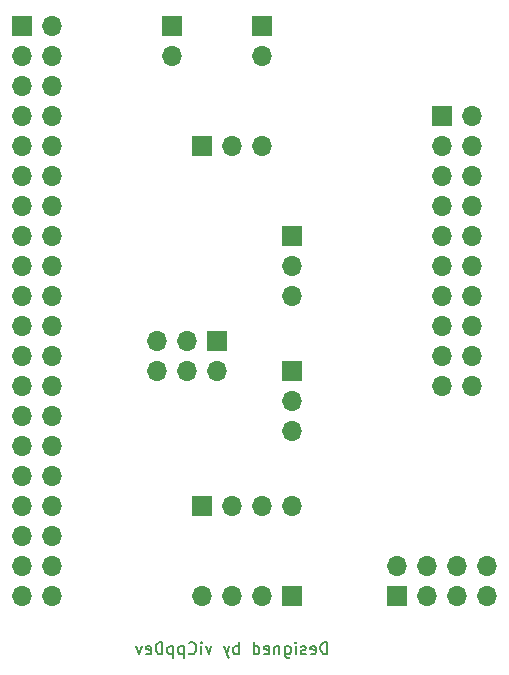
<source format=gbr>
%TF.GenerationSoftware,KiCad,Pcbnew,6.0.9-8da3e8f707~117~ubuntu22.04.1*%
%TF.CreationDate,2022-12-18T22:44:04+01:00*%
%TF.ProjectId,rpi-dev-board,7270692d-6465-4762-9d62-6f6172642e6b,rev?*%
%TF.SameCoordinates,Original*%
%TF.FileFunction,Soldermask,Bot*%
%TF.FilePolarity,Negative*%
%FSLAX46Y46*%
G04 Gerber Fmt 4.6, Leading zero omitted, Abs format (unit mm)*
G04 Created by KiCad (PCBNEW 6.0.9-8da3e8f707~117~ubuntu22.04.1) date 2022-12-18 22:44:04*
%MOMM*%
%LPD*%
G01*
G04 APERTURE LIST*
%ADD10C,0.150000*%
%ADD11R,1.700000X1.700000*%
%ADD12O,1.700000X1.700000*%
G04 APERTURE END LIST*
D10*
X122347619Y-116657380D02*
X122347619Y-115657380D01*
X122109523Y-115657380D01*
X121966666Y-115705000D01*
X121871428Y-115800238D01*
X121823809Y-115895476D01*
X121776190Y-116085952D01*
X121776190Y-116228809D01*
X121823809Y-116419285D01*
X121871428Y-116514523D01*
X121966666Y-116609761D01*
X122109523Y-116657380D01*
X122347619Y-116657380D01*
X120966666Y-116609761D02*
X121061904Y-116657380D01*
X121252380Y-116657380D01*
X121347619Y-116609761D01*
X121395238Y-116514523D01*
X121395238Y-116133571D01*
X121347619Y-116038333D01*
X121252380Y-115990714D01*
X121061904Y-115990714D01*
X120966666Y-116038333D01*
X120919047Y-116133571D01*
X120919047Y-116228809D01*
X121395238Y-116324047D01*
X120538095Y-116609761D02*
X120442857Y-116657380D01*
X120252380Y-116657380D01*
X120157142Y-116609761D01*
X120109523Y-116514523D01*
X120109523Y-116466904D01*
X120157142Y-116371666D01*
X120252380Y-116324047D01*
X120395238Y-116324047D01*
X120490476Y-116276428D01*
X120538095Y-116181190D01*
X120538095Y-116133571D01*
X120490476Y-116038333D01*
X120395238Y-115990714D01*
X120252380Y-115990714D01*
X120157142Y-116038333D01*
X119680952Y-116657380D02*
X119680952Y-115990714D01*
X119680952Y-115657380D02*
X119728571Y-115705000D01*
X119680952Y-115752619D01*
X119633333Y-115705000D01*
X119680952Y-115657380D01*
X119680952Y-115752619D01*
X118776190Y-115990714D02*
X118776190Y-116800238D01*
X118823809Y-116895476D01*
X118871428Y-116943095D01*
X118966666Y-116990714D01*
X119109523Y-116990714D01*
X119204761Y-116943095D01*
X118776190Y-116609761D02*
X118871428Y-116657380D01*
X119061904Y-116657380D01*
X119157142Y-116609761D01*
X119204761Y-116562142D01*
X119252380Y-116466904D01*
X119252380Y-116181190D01*
X119204761Y-116085952D01*
X119157142Y-116038333D01*
X119061904Y-115990714D01*
X118871428Y-115990714D01*
X118776190Y-116038333D01*
X118300000Y-115990714D02*
X118300000Y-116657380D01*
X118300000Y-116085952D02*
X118252380Y-116038333D01*
X118157142Y-115990714D01*
X118014285Y-115990714D01*
X117919047Y-116038333D01*
X117871428Y-116133571D01*
X117871428Y-116657380D01*
X117014285Y-116609761D02*
X117109523Y-116657380D01*
X117300000Y-116657380D01*
X117395238Y-116609761D01*
X117442857Y-116514523D01*
X117442857Y-116133571D01*
X117395238Y-116038333D01*
X117300000Y-115990714D01*
X117109523Y-115990714D01*
X117014285Y-116038333D01*
X116966666Y-116133571D01*
X116966666Y-116228809D01*
X117442857Y-116324047D01*
X116109523Y-116657380D02*
X116109523Y-115657380D01*
X116109523Y-116609761D02*
X116204761Y-116657380D01*
X116395238Y-116657380D01*
X116490476Y-116609761D01*
X116538095Y-116562142D01*
X116585714Y-116466904D01*
X116585714Y-116181190D01*
X116538095Y-116085952D01*
X116490476Y-116038333D01*
X116395238Y-115990714D01*
X116204761Y-115990714D01*
X116109523Y-116038333D01*
X114871428Y-116657380D02*
X114871428Y-115657380D01*
X114871428Y-116038333D02*
X114776190Y-115990714D01*
X114585714Y-115990714D01*
X114490476Y-116038333D01*
X114442857Y-116085952D01*
X114395238Y-116181190D01*
X114395238Y-116466904D01*
X114442857Y-116562142D01*
X114490476Y-116609761D01*
X114585714Y-116657380D01*
X114776190Y-116657380D01*
X114871428Y-116609761D01*
X114061904Y-115990714D02*
X113823809Y-116657380D01*
X113585714Y-115990714D02*
X113823809Y-116657380D01*
X113919047Y-116895476D01*
X113966666Y-116943095D01*
X114061904Y-116990714D01*
X112538095Y-115990714D02*
X112300000Y-116657380D01*
X112061904Y-115990714D01*
X111680952Y-116657380D02*
X111680952Y-115990714D01*
X111680952Y-115657380D02*
X111728571Y-115705000D01*
X111680952Y-115752619D01*
X111633333Y-115705000D01*
X111680952Y-115657380D01*
X111680952Y-115752619D01*
X110633333Y-116562142D02*
X110680952Y-116609761D01*
X110823809Y-116657380D01*
X110919047Y-116657380D01*
X111061904Y-116609761D01*
X111157142Y-116514523D01*
X111204761Y-116419285D01*
X111252380Y-116228809D01*
X111252380Y-116085952D01*
X111204761Y-115895476D01*
X111157142Y-115800238D01*
X111061904Y-115705000D01*
X110919047Y-115657380D01*
X110823809Y-115657380D01*
X110680952Y-115705000D01*
X110633333Y-115752619D01*
X110204761Y-115990714D02*
X110204761Y-116990714D01*
X110204761Y-116038333D02*
X110109523Y-115990714D01*
X109919047Y-115990714D01*
X109823809Y-116038333D01*
X109776190Y-116085952D01*
X109728571Y-116181190D01*
X109728571Y-116466904D01*
X109776190Y-116562142D01*
X109823809Y-116609761D01*
X109919047Y-116657380D01*
X110109523Y-116657380D01*
X110204761Y-116609761D01*
X109300000Y-115990714D02*
X109300000Y-116990714D01*
X109300000Y-116038333D02*
X109204761Y-115990714D01*
X109014285Y-115990714D01*
X108919047Y-116038333D01*
X108871428Y-116085952D01*
X108823809Y-116181190D01*
X108823809Y-116466904D01*
X108871428Y-116562142D01*
X108919047Y-116609761D01*
X109014285Y-116657380D01*
X109204761Y-116657380D01*
X109300000Y-116609761D01*
X108395238Y-116657380D02*
X108395238Y-115657380D01*
X108157142Y-115657380D01*
X108014285Y-115705000D01*
X107919047Y-115800238D01*
X107871428Y-115895476D01*
X107823809Y-116085952D01*
X107823809Y-116228809D01*
X107871428Y-116419285D01*
X107919047Y-116514523D01*
X108014285Y-116609761D01*
X108157142Y-116657380D01*
X108395238Y-116657380D01*
X107014285Y-116609761D02*
X107109523Y-116657380D01*
X107300000Y-116657380D01*
X107395238Y-116609761D01*
X107442857Y-116514523D01*
X107442857Y-116133571D01*
X107395238Y-116038333D01*
X107300000Y-115990714D01*
X107109523Y-115990714D01*
X107014285Y-116038333D01*
X106966666Y-116133571D01*
X106966666Y-116228809D01*
X107442857Y-116324047D01*
X106633333Y-115990714D02*
X106395238Y-116657380D01*
X106157142Y-115990714D01*
D11*
%TO.C,J7*%
X109220000Y-63500000D03*
D12*
X109220000Y-66040000D03*
%TD*%
D11*
%TO.C,J6*%
X113030000Y-90170000D03*
D12*
X113030000Y-92710000D03*
X110490000Y-90170000D03*
X110490000Y-92710000D03*
X107950000Y-90170000D03*
X107950000Y-92710000D03*
%TD*%
D11*
%TO.C,J9*%
X119380000Y-111760000D03*
D12*
X116840000Y-111760000D03*
X114300000Y-111760000D03*
X111760000Y-111760000D03*
%TD*%
D11*
%TO.C,J8*%
X116840000Y-63500000D03*
D12*
X116840000Y-66040000D03*
%TD*%
D11*
%TO.C,J4*%
X119380000Y-81280000D03*
D12*
X119380000Y-83820000D03*
X119380000Y-86360000D03*
%TD*%
D11*
%TO.C,J11*%
X128270000Y-111760000D03*
D12*
X128270000Y-109220000D03*
X130810000Y-111760000D03*
X130810000Y-109220000D03*
X133350000Y-111760000D03*
X133350000Y-109220000D03*
X135890000Y-111760000D03*
X135890000Y-109220000D03*
%TD*%
D11*
%TO.C,J5*%
X111760000Y-104140000D03*
D12*
X114300000Y-104140000D03*
X116840000Y-104140000D03*
X119380000Y-104140000D03*
%TD*%
D11*
%TO.C,J2*%
X111760000Y-73660000D03*
D12*
X114300000Y-73660000D03*
X116840000Y-73660000D03*
%TD*%
D11*
%TO.C,J0*%
X96520000Y-63500000D03*
D12*
X99060000Y-63500000D03*
X96520000Y-66040000D03*
X99060000Y-66040000D03*
X96520000Y-68580000D03*
X99060000Y-68580000D03*
X96520000Y-71120000D03*
X99060000Y-71120000D03*
X96520000Y-73660000D03*
X99060000Y-73660000D03*
X96520000Y-76200000D03*
X99060000Y-76200000D03*
X96520000Y-78740000D03*
X99060000Y-78740000D03*
X96520000Y-81280000D03*
X99060000Y-81280000D03*
X96520000Y-83820000D03*
X99060000Y-83820000D03*
X96520000Y-86360000D03*
X99060000Y-86360000D03*
X96520000Y-88900000D03*
X99060000Y-88900000D03*
X96520000Y-91440000D03*
X99060000Y-91440000D03*
X96520000Y-93980000D03*
X99060000Y-93980000D03*
X96520000Y-96520000D03*
X99060000Y-96520000D03*
X96520000Y-99060000D03*
X99060000Y-99060000D03*
X96520000Y-101600000D03*
X99060000Y-101600000D03*
X96520000Y-104140000D03*
X99060000Y-104140000D03*
X96520000Y-106680000D03*
X99060000Y-106680000D03*
X96520000Y-109220000D03*
X99060000Y-109220000D03*
X96520000Y-111760000D03*
X99060000Y-111760000D03*
%TD*%
D11*
%TO.C,J3*%
X119380000Y-92710000D03*
D12*
X119380000Y-95250000D03*
X119380000Y-97790000D03*
%TD*%
D11*
%TO.C,J1*%
X132080000Y-71120000D03*
D12*
X134620000Y-71120000D03*
X132080000Y-73660000D03*
X134620000Y-73660000D03*
X132080000Y-76200000D03*
X134620000Y-76200000D03*
X132080000Y-78740000D03*
X134620000Y-78740000D03*
X132080000Y-81280000D03*
X134620000Y-81280000D03*
X132080000Y-83820000D03*
X134620000Y-83820000D03*
X132080000Y-86360000D03*
X134620000Y-86360000D03*
X132080000Y-88900000D03*
X134620000Y-88900000D03*
X132080000Y-91440000D03*
X134620000Y-91440000D03*
X132080000Y-93980000D03*
X134620000Y-93980000D03*
%TD*%
M02*

</source>
